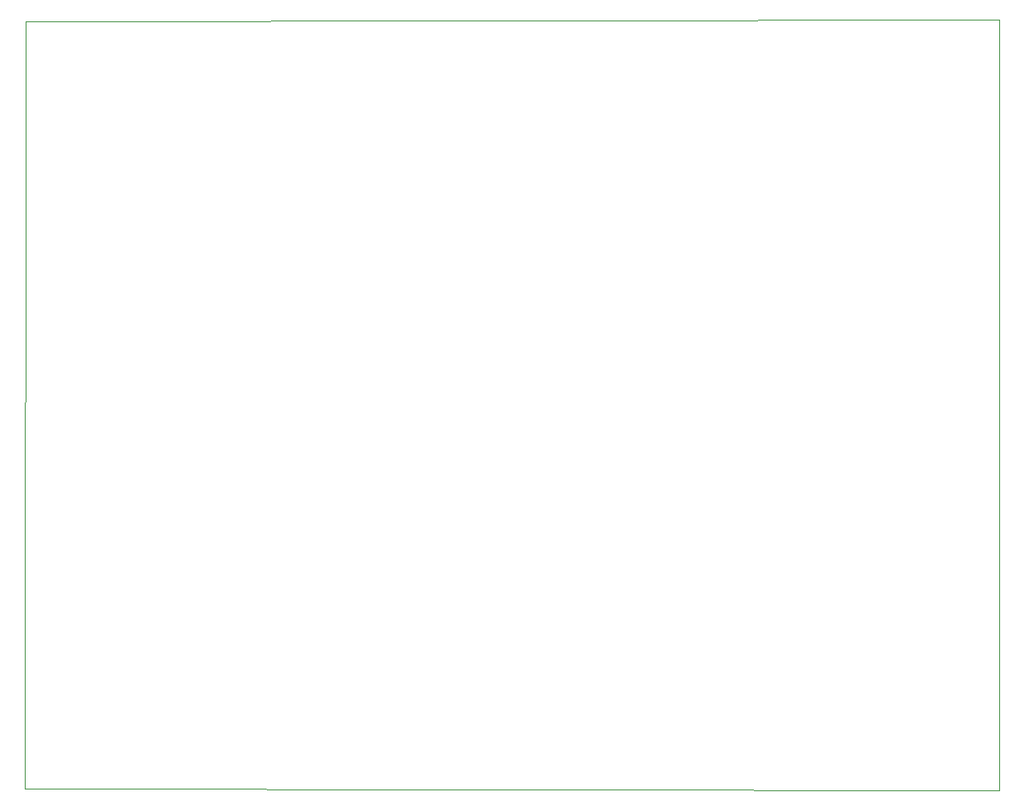
<source format=gbr>
%TF.GenerationSoftware,KiCad,Pcbnew,(5.1.10)-1*%
%TF.CreationDate,2021-09-14T14:55:47+02:00*%
%TF.ProjectId,FunctionGeneratorDDS,46756e63-7469-46f6-9e47-656e65726174,rev?*%
%TF.SameCoordinates,Original*%
%TF.FileFunction,Profile,NP*%
%FSLAX46Y46*%
G04 Gerber Fmt 4.6, Leading zero omitted, Abs format (unit mm)*
G04 Created by KiCad (PCBNEW (5.1.10)-1) date 2021-09-14 14:55:47*
%MOMM*%
%LPD*%
G01*
G04 APERTURE LIST*
%TA.AperFunction,Profile*%
%ADD10C,0.100000*%
%TD*%
G04 APERTURE END LIST*
D10*
X149895560Y-60802520D02*
X149905720Y-137157460D01*
X53423820Y-61005720D02*
X149895560Y-60802520D01*
X53357780Y-137030460D02*
X53423820Y-61005720D01*
X149905720Y-137157460D02*
X53357780Y-137030460D01*
M02*

</source>
